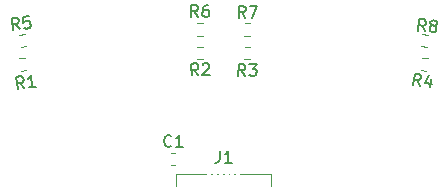
<source format=gto>
G04 #@! TF.GenerationSoftware,KiCad,Pcbnew,(5.1.10)-1*
G04 #@! TF.CreationDate,2022-02-06T13:52:41+09:00*
G04 #@! TF.ProjectId,FrontSensor,46726f6e-7453-4656-9e73-6f722e6b6963,rev?*
G04 #@! TF.SameCoordinates,Original*
G04 #@! TF.FileFunction,Legend,Top*
G04 #@! TF.FilePolarity,Positive*
%FSLAX46Y46*%
G04 Gerber Fmt 4.6, Leading zero omitted, Abs format (unit mm)*
G04 Created by KiCad (PCBNEW (5.1.10)-1) date 2022-02-06 13:52:41*
%MOMM*%
%LPD*%
G01*
G04 APERTURE LIST*
%ADD10C,0.120000*%
%ADD11C,0.150000*%
%ADD12R,0.300000X1.000000*%
%ADD13R,1.650000X1.300000*%
G04 APERTURE END LIST*
D10*
X-4134420Y140490000D02*
X-4415580Y140490000D01*
X-4134420Y141510000D02*
X-4415580Y141510000D01*
X4000000Y138750000D02*
X4000000Y139750000D01*
X4000000Y139750000D02*
X-4000000Y139750000D01*
X-4000000Y139750000D02*
X-4000000Y138750000D01*
X-17294882Y149526283D02*
X-16823416Y149580000D01*
X-17176584Y148488000D02*
X-16705118Y148541717D01*
X-1756376Y149467438D02*
X-2230857Y149461640D01*
X-1769143Y150512360D02*
X-2243624Y150506562D01*
X1755470Y149467864D02*
X2229940Y149461238D01*
X1770060Y150512762D02*
X2244530Y150506136D01*
X17175631Y148487693D02*
X16704260Y148542232D01*
X17295740Y149525768D02*
X16824369Y149580307D01*
X-17294022Y151538797D02*
X-16822463Y151591691D01*
X-17177537Y150500309D02*
X-16705978Y150553203D01*
X-1755470Y152506136D02*
X-2229940Y152512762D01*
X-1770060Y151461238D02*
X-2244530Y151467864D01*
X1770060Y152512762D02*
X2244530Y152506136D01*
X1755470Y151467864D02*
X2229940Y151461238D01*
X17294882Y151538283D02*
X16823416Y151592000D01*
X17176584Y150500000D02*
X16705118Y150553717D01*
D11*
X-4416666Y142142857D02*
X-4464285Y142095238D01*
X-4607142Y142047619D01*
X-4702380Y142047619D01*
X-4845238Y142095238D01*
X-4940476Y142190476D01*
X-4988095Y142285714D01*
X-5035714Y142476190D01*
X-5035714Y142619047D01*
X-4988095Y142809523D01*
X-4940476Y142904761D01*
X-4845238Y143000000D01*
X-4702380Y143047619D01*
X-4607142Y143047619D01*
X-4464285Y143000000D01*
X-4416666Y142952380D01*
X-3464285Y142047619D02*
X-4035714Y142047619D01*
X-3749999Y142047619D02*
X-3749999Y143047619D01*
X-3845238Y142904761D01*
X-3940476Y142809523D01*
X-4035714Y142761904D01*
X-333333Y141714289D02*
X-333333Y141000003D01*
X-380952Y140857146D01*
X-476190Y140761908D01*
X-619047Y140714289D01*
X-714285Y140714289D01*
X666666Y140714289D02*
X95238Y140714289D01*
X380952Y140714289D02*
X380952Y141714289D01*
X285714Y141571431D01*
X190476Y141476193D01*
X95238Y141428574D01*
X-16864384Y147031659D02*
X-17249481Y147467054D01*
X-17432139Y146966972D02*
X-17545342Y147960544D01*
X-17166839Y148003669D01*
X-17066822Y147967137D01*
X-17014119Y147925215D01*
X-16956025Y147835979D01*
X-16939853Y147694041D01*
X-16976384Y147594024D01*
X-17018307Y147541320D01*
X-17107542Y147483226D01*
X-17486045Y147440101D01*
X-15918125Y147139472D02*
X-16485880Y147074784D01*
X-16202003Y147107128D02*
X-16315206Y148100700D01*
X-16393660Y147947980D01*
X-16477504Y147842573D01*
X-16566740Y147784479D01*
X-2143657Y148102723D02*
X-2482783Y148574806D01*
X-2715043Y148095742D02*
X-2727260Y149095667D01*
X-2346336Y149100321D01*
X-2250523Y149053869D01*
X-2202326Y149006836D01*
X-2153547Y148912187D01*
X-2151802Y148769340D01*
X-2198254Y148673527D01*
X-2245287Y148625330D01*
X-2339937Y148576551D01*
X-2720861Y148571897D01*
X-1773787Y149012072D02*
X-1726753Y149060269D01*
X-1632104Y149109048D01*
X-1394026Y149111957D01*
X-1298213Y149065505D01*
X-1250016Y149018471D01*
X-1201237Y148923822D01*
X-1200074Y148828591D01*
X-1245944Y148685163D01*
X-1810349Y148106795D01*
X-1191347Y148114358D01*
X1827033Y148049990D02*
X1500381Y148530788D01*
X1255660Y148057968D02*
X1269622Y149057871D01*
X1650537Y149052552D01*
X1745101Y149003608D01*
X1792051Y148955328D01*
X1838336Y148859435D01*
X1836341Y148716591D01*
X1787397Y148622027D01*
X1739118Y148575078D01*
X1643224Y148528793D01*
X1262309Y148534112D01*
X2174296Y149045238D02*
X2793283Y149036595D01*
X2454663Y148660334D01*
X2597507Y148658339D01*
X2692071Y148609395D01*
X2739020Y148561116D01*
X2785305Y148465222D01*
X2781980Y148227150D01*
X2733036Y148132586D01*
X2684757Y148085636D01*
X2588863Y148039352D01*
X2303177Y148043341D01*
X2208613Y148092285D01*
X2161663Y148140564D01*
X16618082Y147183250D02*
X16341690Y147694597D01*
X16050440Y147248928D02*
X16165378Y148242301D01*
X16543805Y148198515D01*
X16632939Y148140265D01*
X16674769Y148087489D01*
X16711126Y147987409D01*
X16694707Y147845498D01*
X16636457Y147756365D01*
X16583680Y147714534D01*
X16483600Y147678177D01*
X16105172Y147721963D01*
X17546169Y147746981D02*
X17469544Y147084732D01*
X17353437Y148152774D02*
X17034822Y147470588D01*
X17649767Y147399437D01*
X-17274602Y151998948D02*
X-17658938Y152435014D01*
X-17842469Y151935251D02*
X-17953938Y152929019D01*
X-17575360Y152971483D01*
X-17475408Y152934777D01*
X-17422777Y152892763D01*
X-17364839Y152803426D01*
X-17348915Y152661460D01*
X-17385621Y152561507D01*
X-17427635Y152508877D01*
X-17516972Y152450938D01*
X-17895550Y152408474D01*
X-16486948Y153093568D02*
X-16960170Y153040488D01*
X-16954412Y152561957D01*
X-16912398Y152614587D01*
X-16823062Y152672526D01*
X-16586450Y152699066D01*
X-16486498Y152662360D01*
X-16433867Y152620346D01*
X-16375929Y152531009D01*
X-16349389Y152294398D01*
X-16386095Y152194445D01*
X-16428109Y152141815D01*
X-16517446Y152083876D01*
X-16754057Y152057336D01*
X-16854010Y152094042D01*
X-16906640Y152136057D01*
X-2172966Y153049990D02*
X-2499618Y153530788D01*
X-2744339Y153057968D02*
X-2730377Y154057871D01*
X-2349462Y154052552D01*
X-2254898Y154003608D01*
X-2207948Y153955328D01*
X-2161663Y153859435D01*
X-2163658Y153716591D01*
X-2212602Y153622027D01*
X-2260881Y153575078D01*
X-2356775Y153528793D01*
X-2737690Y153534112D01*
X-1301945Y154037925D02*
X-1492402Y154040584D01*
X-1588296Y153994299D01*
X-1636575Y153947350D01*
X-1733799Y153805836D01*
X-1784073Y153616044D01*
X-1789391Y153235128D01*
X-1743107Y153139235D01*
X-1696157Y153090955D01*
X-1601593Y153042011D01*
X-1411136Y153039352D01*
X-1315242Y153085636D01*
X-1266963Y153132586D01*
X-1218019Y153227150D01*
X-1214694Y153465222D01*
X-1260979Y153561116D01*
X-1307928Y153609395D01*
X-1402492Y153658339D01*
X-1592950Y153660999D01*
X-1688844Y153614714D01*
X-1737123Y153567764D01*
X-1786067Y153473200D01*
X1846999Y152966851D02*
X1520347Y153447649D01*
X1275626Y152974829D02*
X1289588Y153974732D01*
X1670503Y153969413D01*
X1765067Y153920469D01*
X1812017Y153872189D01*
X1858302Y153776296D01*
X1856307Y153633452D01*
X1807363Y153538888D01*
X1759084Y153491939D01*
X1663190Y153445654D01*
X1282275Y153450973D01*
X2194262Y153962099D02*
X2860864Y153952791D01*
X2418372Y152958872D01*
X17033193Y151819394D02*
X16755909Y152330258D01*
X16465438Y151884081D02*
X16578641Y152877653D01*
X16957145Y152834528D01*
X17046380Y152776434D01*
X17088302Y152723730D01*
X17124834Y152623714D01*
X17108662Y152481775D01*
X17050568Y152392540D01*
X16997864Y152350617D01*
X16897848Y152314086D01*
X16519344Y152357211D01*
X17665636Y152322462D02*
X17576401Y152380556D01*
X17534479Y152433259D01*
X17497947Y152533276D01*
X17503337Y152580589D01*
X17561432Y152669824D01*
X17614135Y152711746D01*
X17714152Y152748278D01*
X17903404Y152726716D01*
X17992639Y152668621D01*
X18034561Y152615918D01*
X18071093Y152515901D01*
X18065702Y152468588D01*
X18007608Y152379353D01*
X17954904Y152337431D01*
X17854888Y152300899D01*
X17665636Y152322462D01*
X17565620Y152285930D01*
X17512916Y152244008D01*
X17454822Y152154772D01*
X17433259Y151965520D01*
X17469791Y151865504D01*
X17511713Y151812800D01*
X17600949Y151754706D01*
X17790200Y151733144D01*
X17890217Y151769675D01*
X17942920Y151811598D01*
X18001015Y151900833D01*
X18022577Y152090085D01*
X17986045Y152190101D01*
X17944123Y152242805D01*
X17854888Y152300899D01*
%LPC*%
G36*
G01*
X-4600000Y141250000D02*
X-4600000Y140750000D01*
G75*
G02*
X-4825000Y140525000I-225000J0D01*
G01*
X-5275000Y140525000D01*
G75*
G02*
X-5500000Y140750000I0J225000D01*
G01*
X-5500000Y141250000D01*
G75*
G02*
X-5275000Y141475000I225000J0D01*
G01*
X-4825000Y141475000D01*
G75*
G02*
X-4600000Y141250000I0J-225000D01*
G01*
G37*
G36*
G01*
X-3050000Y141250000D02*
X-3050000Y140750000D01*
G75*
G02*
X-3275000Y140525000I-225000J0D01*
G01*
X-3725000Y140525000D01*
G75*
G02*
X-3950000Y140750000I0J225000D01*
G01*
X-3950000Y141250000D01*
G75*
G02*
X-3725000Y141475000I225000J0D01*
G01*
X-3275000Y141475000D01*
G75*
G02*
X-3050000Y141250000I0J-225000D01*
G01*
G37*
D12*
X1250000Y140000000D03*
X750000Y140000000D03*
X250000Y140000000D03*
X-250000Y140000000D03*
X-750000Y140000000D03*
X-1250000Y140000000D03*
D13*
X3525000Y138000000D03*
X-3525000Y138000000D03*
G36*
G01*
X-16546600Y148808879D02*
X-16608862Y149355344D01*
G75*
G02*
X-16432789Y149576699I198714J22641D01*
G01*
X-16035361Y149621980D01*
G75*
G02*
X-15814006Y149445907I22641J-198714D01*
G01*
X-15751744Y148899442D01*
G75*
G02*
X-15927817Y148678087I-198714J-22641D01*
G01*
X-16325245Y148632806D01*
G75*
G02*
X-16546600Y148808879I-22641J198714D01*
G01*
G37*
G36*
G01*
X-18185994Y148622093D02*
X-18248256Y149168558D01*
G75*
G02*
X-18072183Y149389913I198714J22641D01*
G01*
X-17674755Y149435194D01*
G75*
G02*
X-17453400Y149259121I22641J-198714D01*
G01*
X-17391138Y148712656D01*
G75*
G02*
X-17567211Y148491301I-198714J-22641D01*
G01*
X-17964639Y148446020D01*
G75*
G02*
X-18185994Y148622093I-22641J198714D01*
G01*
G37*
G36*
G01*
X-2428328Y150256787D02*
X-2421608Y149706828D01*
G75*
G02*
X-2619150Y149504400I-199985J-2443D01*
G01*
X-3019120Y149499513D01*
G75*
G02*
X-3221548Y149697055I-2443J199985D01*
G01*
X-3228268Y150247014D01*
G75*
G02*
X-3030726Y150449442I199985J2443D01*
G01*
X-2630756Y150454329D01*
G75*
G02*
X-2428328Y150256787I2443J-199985D01*
G01*
G37*
G36*
G01*
X-778452Y150276945D02*
X-771732Y149726986D01*
G75*
G02*
X-969274Y149524558I-199985J-2443D01*
G01*
X-1369244Y149519671D01*
G75*
G02*
X-1571672Y149717213I-2443J199985D01*
G01*
X-1578392Y150267172D01*
G75*
G02*
X-1380850Y150469600I199985J2443D01*
G01*
X-980880Y150474487D01*
G75*
G02*
X-778452Y150276945I2443J-199985D01*
G01*
G37*
G36*
G01*
X771279Y149729130D02*
X778958Y150279077D01*
G75*
G02*
X981731Y150476266I199981J-2792D01*
G01*
X1381692Y150470681D01*
G75*
G02*
X1578881Y150267908I-2792J-199981D01*
G01*
X1571202Y149717961D01*
G75*
G02*
X1368429Y149520772I-199981J2792D01*
G01*
X968468Y149526357D01*
G75*
G02*
X771279Y149729130I2792J199981D01*
G01*
G37*
G36*
G01*
X2421119Y149706092D02*
X2428798Y150256039D01*
G75*
G02*
X2631571Y150453228I199981J-2792D01*
G01*
X3031532Y150447643D01*
G75*
G02*
X3228721Y150244870I-2792J-199981D01*
G01*
X3221042Y149694923D01*
G75*
G02*
X3018269Y149497734I-199981J2792D01*
G01*
X2618308Y149503319D01*
G75*
G02*
X2421119Y149706092I2792J199981D01*
G01*
G37*
G36*
G01*
X16609424Y149356026D02*
X16546209Y148809671D01*
G75*
G02*
X16324547Y148633983I-198675J22987D01*
G01*
X15927198Y148679958D01*
G75*
G02*
X15751510Y148901620I22987J198675D01*
G01*
X15814725Y149447975D01*
G75*
G02*
X16036387Y149623663I198675J-22987D01*
G01*
X16433736Y149577688D01*
G75*
G02*
X16609424Y149356026I-22987J-198675D01*
G01*
G37*
G36*
G01*
X18248490Y149166380D02*
X18185275Y148620025D01*
G75*
G02*
X17963613Y148444337I-198675J22987D01*
G01*
X17566264Y148490312D01*
G75*
G02*
X17390576Y148711974I22987J198675D01*
G01*
X17453791Y149258329D01*
G75*
G02*
X17675453Y149434017I198675J-22987D01*
G01*
X18072802Y149388042D01*
G75*
G02*
X18248490Y149166380I-22987J-198675D01*
G01*
G37*
G36*
G01*
X-16546995Y150820088D02*
X-16608303Y151366660D01*
G75*
G02*
X-16431843Y151587708I198754J22294D01*
G01*
X-16034335Y151632296D01*
G75*
G02*
X-15813287Y151455836I22294J-198754D01*
G01*
X-15751979Y150909264D01*
G75*
G02*
X-15928439Y150688216I-198754J-22294D01*
G01*
X-16325947Y150643628D01*
G75*
G02*
X-16546995Y150820088I-22294J198754D01*
G01*
G37*
G36*
G01*
X-18186713Y150636164D02*
X-18248021Y151182736D01*
G75*
G02*
X-18071561Y151403784I198754J22294D01*
G01*
X-17674053Y151448372D01*
G75*
G02*
X-17453005Y151271912I22294J-198754D01*
G01*
X-17391697Y150725340D01*
G75*
G02*
X-17568157Y150504292I-198754J-22294D01*
G01*
X-17965665Y150459704D01*
G75*
G02*
X-18186713Y150636164I-22294J198754D01*
G01*
G37*
G36*
G01*
X-771279Y152244870D02*
X-778958Y151694923D01*
G75*
G02*
X-981731Y151497734I-199981J2792D01*
G01*
X-1381692Y151503319D01*
G75*
G02*
X-1578881Y151706092I2792J199981D01*
G01*
X-1571202Y152256039D01*
G75*
G02*
X-1368429Y152453228I199981J-2792D01*
G01*
X-968468Y152447643D01*
G75*
G02*
X-771279Y152244870I-2792J-199981D01*
G01*
G37*
G36*
G01*
X-2421119Y152267908D02*
X-2428798Y151717961D01*
G75*
G02*
X-2631571Y151520772I-199981J2792D01*
G01*
X-3031532Y151526357D01*
G75*
G02*
X-3228721Y151729130I2792J199981D01*
G01*
X-3221042Y152279077D01*
G75*
G02*
X-3018269Y152476266I199981J-2792D01*
G01*
X-2618308Y152470681D01*
G75*
G02*
X-2421119Y152267908I-2792J-199981D01*
G01*
G37*
G36*
G01*
X2421119Y151706092D02*
X2428798Y152256039D01*
G75*
G02*
X2631571Y152453228I199981J-2792D01*
G01*
X3031532Y152447643D01*
G75*
G02*
X3228721Y152244870I-2792J-199981D01*
G01*
X3221042Y151694923D01*
G75*
G02*
X3018269Y151497734I-199981J2792D01*
G01*
X2618308Y151503319D01*
G75*
G02*
X2421119Y151706092I2792J199981D01*
G01*
G37*
G36*
G01*
X771279Y151729130D02*
X778958Y152279077D01*
G75*
G02*
X981731Y152476266I199981J-2792D01*
G01*
X1381692Y152470681D01*
G75*
G02*
X1578881Y152267908I-2792J-199981D01*
G01*
X1571202Y151717961D01*
G75*
G02*
X1368429Y151520772I-199981J2792D01*
G01*
X968468Y151526357D01*
G75*
G02*
X771279Y151729130I2792J199981D01*
G01*
G37*
G36*
G01*
X18248256Y151180558D02*
X18185994Y150634093D01*
G75*
G02*
X17964639Y150458020I-198714J22641D01*
G01*
X17567211Y150503301D01*
G75*
G02*
X17391138Y150724656I22641J198714D01*
G01*
X17453400Y151271121D01*
G75*
G02*
X17674755Y151447194I198714J-22641D01*
G01*
X18072183Y151401913D01*
G75*
G02*
X18248256Y151180558I-22641J-198714D01*
G01*
G37*
G36*
G01*
X16608862Y151367344D02*
X16546600Y150820879D01*
G75*
G02*
X16325245Y150644806I-198714J22641D01*
G01*
X15927817Y150690087D01*
G75*
G02*
X15751744Y150911442I22641J198714D01*
G01*
X15814006Y151457907D01*
G75*
G02*
X16035361Y151633980I198714J-22641D01*
G01*
X16432789Y151588699D01*
G75*
G02*
X16608862Y151367344I-22641J-198714D01*
G01*
G37*
M02*

</source>
